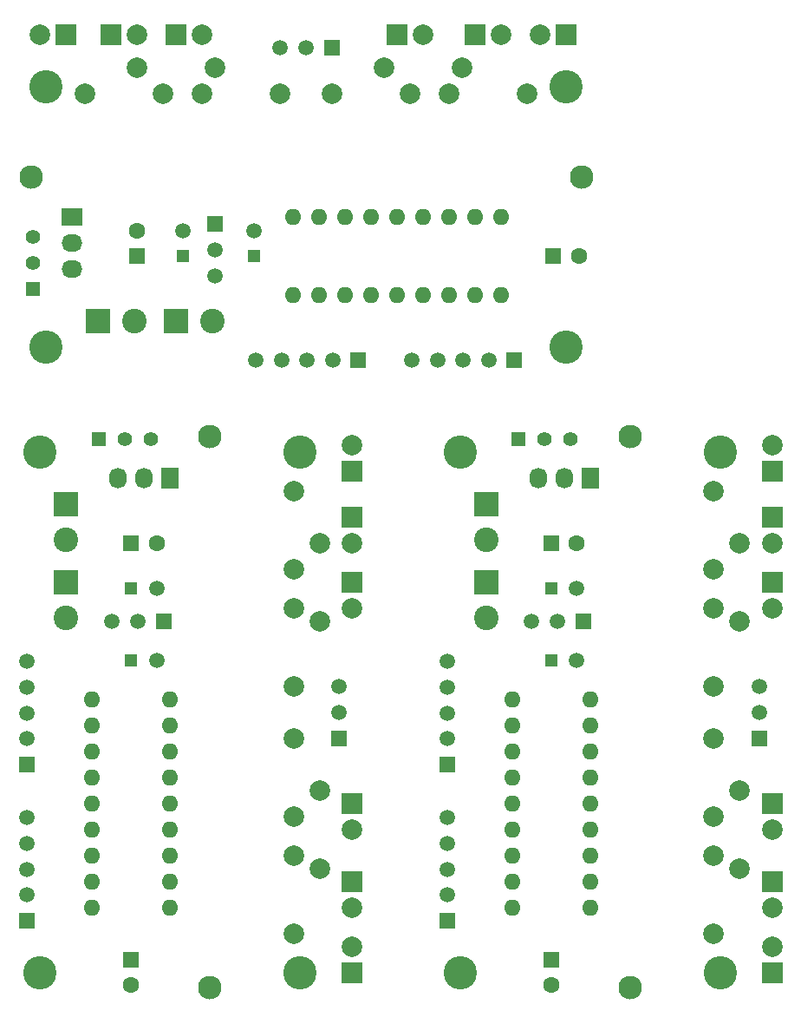
<source format=gbs>
%MOIN*%
%OFA0B0*%
%FSLAX46Y46*%
%IPPOS*%
%LPD*%
%ADD10C,0.0039370078740157488*%
%ADD11C,0.07874015748031496*%
%ADD12R,0.07874015748031496X0.07874015748031496*%
%ADD13R,0.055000000000000007X0.055000000000000007*%
%ADD14C,0.055000000000000007*%
%ADD15C,0.12795275590551181*%
%ADD16R,0.062992125984251982X0.062992125984251982*%
%ADD17C,0.062992125984251982*%
%ADD18R,0.051181102362204731X0.051181102362204731*%
%ADD19C,0.059055118110236227*%
%ADD20O,0.062992125984251982X0.062992125984251982*%
%ADD21R,0.068X0.08*%
%ADD22O,0.068X0.08*%
%ADD23C,0.094488188976377951*%
%ADD24R,0.094488188976377951X0.094488188976377951*%
%ADD25C,0.059842519685039376*%
%ADD26R,0.059842519685039376X0.059842519685039376*%
%ADD27R,0.059055118110236227X0.059055118110236227*%
%ADD28C,0.0905511811023622*%
%ADD39C,0.0039370078740157488*%
%ADD40C,0.07874015748031496*%
%ADD41R,0.07874015748031496X0.07874015748031496*%
%ADD42R,0.055000000000000007X0.055000000000000007*%
%ADD43C,0.055000000000000007*%
%ADD44C,0.12795275590551181*%
%ADD45R,0.062992125984251982X0.062992125984251982*%
%ADD46C,0.062992125984251982*%
%ADD47R,0.051181102362204731X0.051181102362204731*%
%ADD48C,0.059055118110236227*%
%ADD49O,0.062992125984251982X0.062992125984251982*%
%ADD50R,0.08X0.068*%
%ADD51O,0.08X0.068*%
%ADD52C,0.094488188976377951*%
%ADD53R,0.094488188976377951X0.094488188976377951*%
%ADD54C,0.059842519685039376*%
%ADD55R,0.059842519685039376X0.059842519685039376*%
%ADD56R,0.059055118110236227X0.059055118110236227*%
%ADD57C,0.0905511811023622*%
%ADD58C,0.0039370078740157488*%
%ADD59C,0.07874015748031496*%
%ADD60R,0.07874015748031496X0.07874015748031496*%
%ADD61R,0.055000000000000007X0.055000000000000007*%
%ADD62C,0.055000000000000007*%
%ADD63C,0.12795275590551181*%
%ADD64R,0.062992125984251982X0.062992125984251982*%
%ADD65C,0.062992125984251982*%
%ADD66R,0.051181102362204731X0.051181102362204731*%
%ADD67C,0.059055118110236227*%
%ADD68O,0.062992125984251982X0.062992125984251982*%
%ADD69R,0.068X0.08*%
%ADD70O,0.068X0.08*%
%ADD71C,0.094488188976377951*%
%ADD72R,0.094488188976377951X0.094488188976377951*%
%ADD73C,0.059842519685039376*%
%ADD74R,0.059842519685039376X0.059842519685039376*%
%ADD75R,0.059055118110236227X0.059055118110236227*%
%ADD76C,0.0905511811023622*%
G01*
D10*
D11*
X-0004799999Y0004650000D02*
X0001350000Y0000250000D03*
D12*
X0001350000Y0000150000D03*
D11*
X0001350000Y0002175000D03*
D12*
X0001350000Y0002075000D03*
D11*
X0001350000Y0001800000D03*
D12*
X0001350000Y0001900000D03*
D13*
X0000375000Y0002200000D03*
D14*
X0000475000Y0002200000D03*
X0000575000Y0002200000D03*
D15*
X0001150000Y0000150000D03*
D11*
X0001350000Y0000700000D03*
D12*
X0001350000Y0000800000D03*
D16*
X0000500000Y0001800000D03*
D17*
X0000598425Y0001800000D03*
D18*
X0000500000Y0001625000D03*
D19*
X0000598425Y0001625000D03*
D20*
X0000650000Y0000400000D03*
X0000650000Y0000500000D03*
X0000650000Y0000600000D03*
X0000650000Y0000700000D03*
X0000650000Y0000800000D03*
X0000650000Y0000900000D03*
X0000650000Y0001000000D03*
X0000650000Y0001100000D03*
X0000650000Y0001200000D03*
X0000350000Y0001200000D03*
X0000350000Y0001100000D03*
X0000350000Y0001000000D03*
X0000350000Y0000900000D03*
X0000350000Y0000800000D03*
X0000350000Y0000700000D03*
X0000350000Y0000600000D03*
X0000350000Y0000500000D03*
X0000350000Y0000400000D03*
D15*
X0000150000Y0000150000D03*
X0001150000Y0002150000D03*
X0000150000Y0002150000D03*
D17*
X0000500000Y0000101574D03*
D16*
X0000500000Y0000200000D03*
D21*
X0000650000Y0002050000D03*
D22*
X0000550000Y0002050000D03*
X0000450000Y0002050000D03*
D23*
X0000250000Y0001812204D03*
D24*
X0000250000Y0001950000D03*
D23*
X0000250000Y0001512204D03*
D24*
X0000250000Y0001650000D03*
D11*
X0001350000Y0001550000D03*
D12*
X0001350000Y0001650000D03*
D18*
X0000500000Y0001350000D03*
D19*
X0000598425Y0001350000D03*
D11*
X0001350000Y0000400000D03*
D12*
X0001350000Y0000500000D03*
D25*
X0000525000Y0001500000D03*
X0000425000Y0001500000D03*
D26*
X0000625000Y0001500000D03*
D27*
X0000100000Y0000350000D03*
D19*
X0000100000Y0000448425D03*
X0000100000Y0000546850D03*
X0000100000Y0000645275D03*
X0000100000Y0000743700D03*
D27*
X0000100000Y0000950000D03*
D19*
X0000100000Y0001048425D03*
X0000100000Y0001146850D03*
X0000100000Y0001245275D03*
X0000100000Y0001343700D03*
D25*
X0001300000Y0001150000D03*
X0001300000Y0001250000D03*
D26*
X0001300000Y0001050000D03*
D11*
X0001125000Y0000600000D03*
X0001125000Y0000300000D03*
X0001125000Y0002000000D03*
X0001125000Y0001700000D03*
X0001225000Y0001500000D03*
X0001225000Y0001800000D03*
X0001125000Y0000750000D03*
X0001125000Y0001050000D03*
X0001125000Y0001250000D03*
X0001125000Y0001550000D03*
X0001225000Y0000850000D03*
X0001225000Y0000550000D03*
D28*
X0000802755Y0002209055D03*
X0000802755Y0000090944D03*
G04 next file*
G04 #@! TF.FileFunction,Soldermask,Bot*
G04 Gerber Fmt 4.6, Leading zero omitted, Abs format (unit mm)*
G04 Created by KiCad (PCBNEW 4.0.7) date 08/30/19 18:56:12*
G01*
G04 APERTURE LIST*
G04 APERTURE END LIST*
D39*
D40*
X-0002327165Y-0002398425D02*
X0002072834Y0003751574D03*
D41*
X0002172834Y0003751574D03*
D40*
X0000147834Y0003751574D03*
D41*
X0000247834Y0003751574D03*
D40*
X0000522834Y0003751574D03*
D41*
X0000422834Y0003751574D03*
D42*
X0000122834Y0002776574D03*
D43*
X0000122834Y0002876574D03*
X0000122834Y0002976574D03*
D44*
X0002172834Y0003551574D03*
D40*
X0001622834Y0003751574D03*
D41*
X0001522834Y0003751574D03*
D45*
X0000522834Y0002901574D03*
D46*
X0000522834Y0003000000D03*
D47*
X0000697834Y0002901574D03*
D48*
X0000697834Y0003000000D03*
D49*
X0001922834Y0003051574D03*
X0001822834Y0003051574D03*
X0001722834Y0003051574D03*
X0001622834Y0003051574D03*
X0001522834Y0003051574D03*
X0001422834Y0003051574D03*
X0001322834Y0003051574D03*
X0001222834Y0003051574D03*
X0001122834Y0003051574D03*
X0001122834Y0002751574D03*
X0001222834Y0002751574D03*
X0001322834Y0002751574D03*
X0001422834Y0002751574D03*
X0001522834Y0002751574D03*
X0001622834Y0002751574D03*
X0001722834Y0002751574D03*
X0001822834Y0002751574D03*
X0001922834Y0002751574D03*
D44*
X0002172834Y0002551574D03*
X0000172834Y0003551574D03*
X0000172834Y0002551574D03*
D46*
X0002221259Y0002901574D03*
D45*
X0002122834Y0002901574D03*
D50*
X0000272834Y0003051574D03*
D51*
X0000272834Y0002951574D03*
X0000272834Y0002851574D03*
D52*
X0000510629Y0002651574D03*
D53*
X0000372834Y0002651574D03*
D52*
X0000810629Y0002651574D03*
D53*
X0000672834Y0002651574D03*
D40*
X0000772834Y0003751574D03*
D41*
X0000672834Y0003751574D03*
D47*
X0000972834Y0002901574D03*
D48*
X0000972834Y0003000000D03*
D40*
X0001922834Y0003751574D03*
D41*
X0001822834Y0003751574D03*
D54*
X0000822834Y0002926574D03*
X0000822834Y0002826574D03*
D55*
X0000822834Y0003026574D03*
D56*
X0001972834Y0002501574D03*
D48*
X0001874409Y0002501574D03*
X0001775984Y0002501574D03*
X0001677559Y0002501574D03*
X0001579133Y0002501574D03*
D56*
X0001372834Y0002501574D03*
D48*
X0001274409Y0002501574D03*
X0001175984Y0002501574D03*
X0001077559Y0002501574D03*
X0000979133Y0002501574D03*
D54*
X0001172834Y0003701574D03*
X0001072834Y0003701574D03*
D55*
X0001272834Y0003701574D03*
D40*
X0001722834Y0003526574D03*
X0002022834Y0003526574D03*
X0000322834Y0003526574D03*
X0000622834Y0003526574D03*
X0000822834Y0003626574D03*
X0000522834Y0003626574D03*
X0001572834Y0003526574D03*
X0001272834Y0003526574D03*
X0001072834Y0003526574D03*
X0000772834Y0003526574D03*
X0001472834Y0003626574D03*
X0001772834Y0003626574D03*
D57*
X0000113779Y0003204330D03*
X0002231889Y0003204330D03*
G04 next file*
G04 #@! TF.FileFunction,Soldermask,Bot*
G04 Gerber Fmt 4.6, Leading zero omitted, Abs format (unit mm)*
G04 Created by KiCad (PCBNEW 4.0.7) date 08/30/19 18:56:12*
G01*
G04 APERTURE LIST*
G04 APERTURE END LIST*
D58*
D59*
X-0003185826Y0004650000D02*
X0002964173Y0000250000D03*
D60*
X0002964173Y0000150000D03*
D59*
X0002964173Y0002175000D03*
D60*
X0002964173Y0002075000D03*
D59*
X0002964173Y0001800000D03*
D60*
X0002964173Y0001900000D03*
D61*
X0001989173Y0002200000D03*
D62*
X0002089173Y0002200000D03*
X0002189173Y0002200000D03*
D63*
X0002764173Y0000150000D03*
D59*
X0002964173Y0000700000D03*
D60*
X0002964173Y0000800000D03*
D64*
X0002114173Y0001800000D03*
D65*
X0002212598Y0001800000D03*
D66*
X0002114173Y0001625000D03*
D67*
X0002212598Y0001625000D03*
D68*
X0002264173Y0000400000D03*
X0002264173Y0000500000D03*
X0002264173Y0000600000D03*
X0002264173Y0000700000D03*
X0002264173Y0000800000D03*
X0002264173Y0000900000D03*
X0002264173Y0001000000D03*
X0002264173Y0001100000D03*
X0002264173Y0001200000D03*
X0001964173Y0001200000D03*
X0001964173Y0001100000D03*
X0001964173Y0001000000D03*
X0001964173Y0000900000D03*
X0001964173Y0000800000D03*
X0001964173Y0000700000D03*
X0001964173Y0000600000D03*
X0001964173Y0000500000D03*
X0001964173Y0000400000D03*
D63*
X0001764173Y0000150000D03*
X0002764173Y0002150000D03*
X0001764173Y0002150000D03*
D65*
X0002114173Y0000101574D03*
D64*
X0002114173Y0000200000D03*
D69*
X0002264173Y0002050000D03*
D70*
X0002164173Y0002050000D03*
X0002064173Y0002050000D03*
D71*
X0001864173Y0001812204D03*
D72*
X0001864173Y0001950000D03*
D71*
X0001864173Y0001512204D03*
D72*
X0001864173Y0001650000D03*
D59*
X0002964173Y0001550000D03*
D60*
X0002964173Y0001650000D03*
D66*
X0002114173Y0001350000D03*
D67*
X0002212598Y0001350000D03*
D59*
X0002964173Y0000400000D03*
D60*
X0002964173Y0000500000D03*
D73*
X0002139173Y0001500000D03*
X0002039173Y0001500000D03*
D74*
X0002239173Y0001500000D03*
D75*
X0001714173Y0000350000D03*
D67*
X0001714173Y0000448425D03*
X0001714173Y0000546850D03*
X0001714173Y0000645275D03*
X0001714173Y0000743700D03*
D75*
X0001714173Y0000950000D03*
D67*
X0001714173Y0001048425D03*
X0001714173Y0001146850D03*
X0001714173Y0001245275D03*
X0001714173Y0001343700D03*
D73*
X0002914173Y0001150000D03*
X0002914173Y0001250000D03*
D74*
X0002914173Y0001050000D03*
D59*
X0002739173Y0000600000D03*
X0002739173Y0000300000D03*
X0002739173Y0002000000D03*
X0002739173Y0001700000D03*
X0002839173Y0001500000D03*
X0002839173Y0001800000D03*
X0002739173Y0000750000D03*
X0002739173Y0001050000D03*
X0002739173Y0001250000D03*
X0002739173Y0001550000D03*
X0002839173Y0000850000D03*
X0002839173Y0000550000D03*
D76*
X0002416929Y0002209055D03*
X0002416929Y0000090944D03*
M02*
</source>
